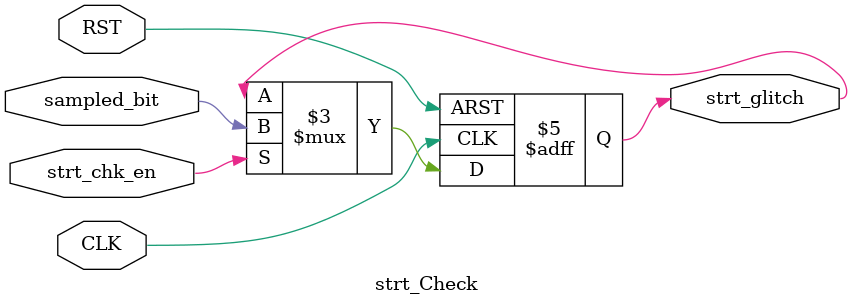
<source format=v>
module strt_Check(
input              CLK,
input              RST,	
input              strt_chk_en,
input              sampled_bit,
output 	 reg       strt_glitch  // error

);


// I want to check that when iam at start state the bit sent in the frame is a real zero
// and not a glitch...glitch means it dropped to zero and then back to one
//so I want to check that this bit is zero for a complete cycle to be sure that this is a start bit
always @(posedge CLK or negedge RST) 
begin
	if (!RST) 
	       begin
                 strt_glitch<=1'b0;
	       end
	else if(strt_chk_en)
	       begin 
     // If sampled bit =0 then no error so strt_glitch = 0 ,
     // and if sampled bit=1 then error so strt_glitch=1	       
		         strt_glitch<= sampled_bit;
	       end
end

endmodule
</source>
